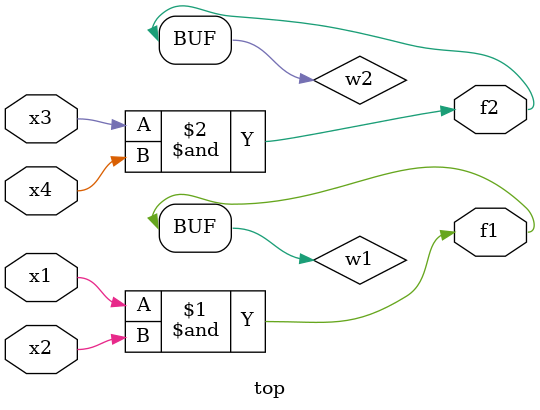
<source format=v>
module top(x1, x2, x3, x4, f1, f2);
input x1, x2, x3, x4;
output f1, f2;

wire w1, w2;

assign w1 = x1 & x2;
assign w2 = x3 & x4;
assign f1 = w1;
assign f2 = w2;

endmodule

</source>
